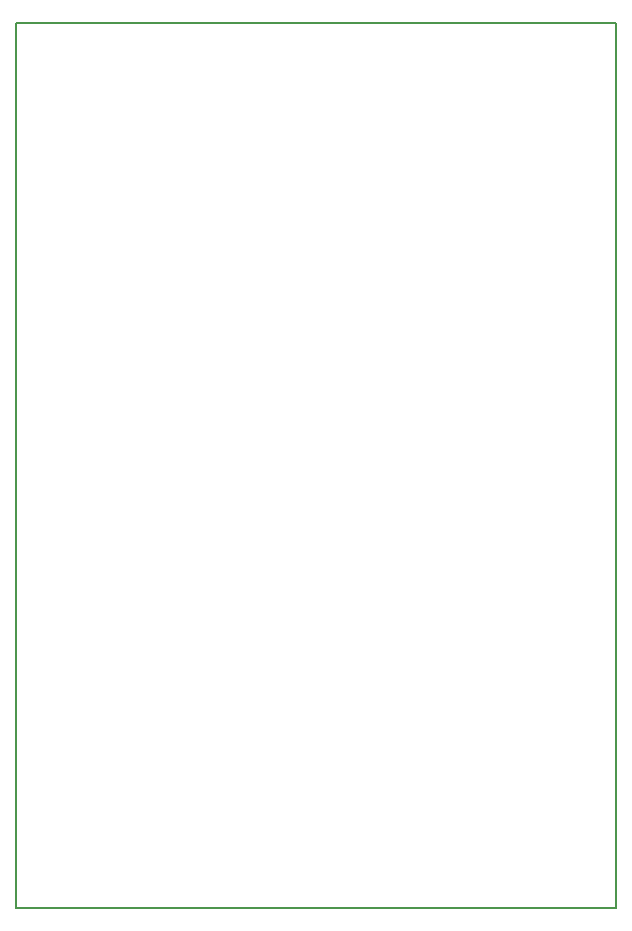
<source format=gbr>
G04 #@! TF.FileFunction,Profile,NP*
%FSLAX46Y46*%
G04 Gerber Fmt 4.6, Leading zero omitted, Abs format (unit mm)*
G04 Created by KiCad (PCBNEW 4.0.2+dfsg1-stable) date Thu 04 Aug 2016 18:31:21 CEST*
%MOMM*%
G01*
G04 APERTURE LIST*
%ADD10C,0.100000*%
%ADD11C,0.150000*%
G04 APERTURE END LIST*
D10*
D11*
X77470000Y-119380000D02*
X77470000Y-114300000D01*
X128270000Y-119380000D02*
X77470000Y-119380000D01*
X128270000Y-114300000D02*
X128270000Y-119380000D01*
X77470000Y-44450000D02*
X77470000Y-114300000D01*
X128270000Y-44450000D02*
X128270000Y-114300000D01*
X128270000Y-44450000D02*
X77470000Y-44450000D01*
M02*

</source>
